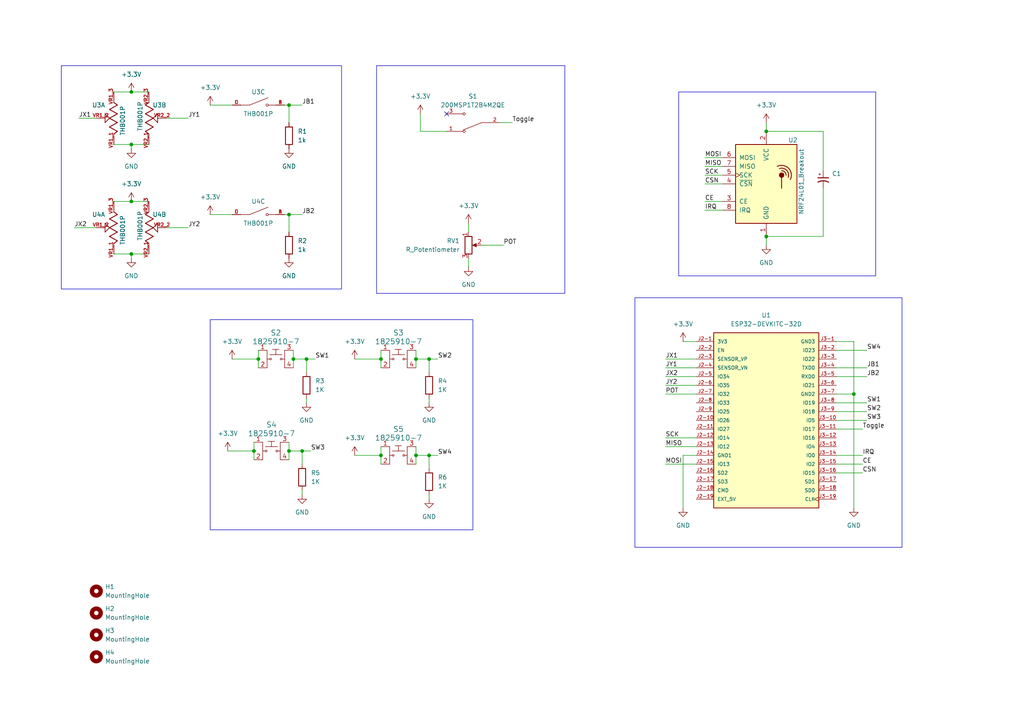
<source format=kicad_sch>
(kicad_sch (version 20230121) (generator eeschema)
  (paper "A4")
  (title_block (title "Controller") (date "2023-06-27") (rev "V-02") (company "Author: Aryan Bawankar"))
  (lib_symbols
    (symbol "Device:C_Polarized_Small_US" (pin_numbers hide) (pin_names (offset 0.254) hide)
      (property "Reference" "C" (at 0.254 1.778 0))
      (property "Value" "C_Polarized_Small_US" (at 0.254 -2.032 0))
      (symbol "C_Polarized_Small_US_0_1"
        (polyline (pts (xy -1.524 0.508) (xy 1.524 0.508)) (stroke (width 0.3048)))
        (polyline (pts (xy -1.27 1.524) (xy -0.762 1.524)))
        (polyline (pts (xy -1.016 1.27) (xy -1.016 1.778)))
        (arc (start 1.524 -0.762) (mid 0 -0.3734) (end -1.524 -0.762) (stroke (width 0.3048)))
      )
      (symbol "C_Polarized_Small_US_1_1"
        (pin passive line (at 0 2.54 270) (length 2.032) (name "~") (number "1"))
        (pin passive line (at 0 -2.54 90) (length 2.032) (name "~") (number "2"))
      )
    )
    (symbol "Device:R" (pin_numbers hide) (pin_names (offset 0))
      (property "Reference" "R" (at 2.032 0 90))
      (property "Value" "R" (at 0 0 90))
      (symbol "R_0_1"
        (rectangle (start -1.016 -2.54) (end 1.016 2.54) (stroke (width 0.254)))
      )
      (symbol "R_1_1"
        (pin passive line (at 0 3.81 270) (length 1.27) (name "~") (number "1"))
        (pin passive line (at 0 -3.81 90) (length 1.27) (name "~") (number "2"))
      )
    )
    (symbol "Device:R_Potentiometer" (pin_names (offset 1.016) hide)
      (property "Reference" "RV" (at -4.445 0 90))
      (property "Value" "R_Potentiometer" (at -2.54 0 90))
      (symbol "R_Potentiometer_0_1"
        (polyline (pts (xy 2.54 0) (xy 1.524 0)))
        (polyline (pts (xy 1.143 0) (xy 2.286 0.508) (xy 2.286 -0.508) (xy 1.143 0)) (fill (type outline)))
        (rectangle (start 1.016 2.54) (end -1.016 -2.54) (stroke (width 0.254)))
      )
      (symbol "R_Potentiometer_1_1"
        (pin passive line (at 0 3.81 270) (length 1.27) (name "1") (number "1"))
        (pin passive line (at 3.81 0 180) (length 1.27) (name "2") (number "2"))
        (pin passive line (at 0 -3.81 90) (length 1.27) (name "3") (number "3"))
      )
    )
    (symbol "ESP32-DEVKITC-32D:ESP32-DEVKITC-32D" (pin_names (offset 1.016))
      (property "Reference" "U" (at -15.2572 26.0643 0))
      (property "Value" "ESP32-DEVKITC-32D" (at -15.2563 -27.9698 0))
      (symbol "ESP32-DEVKITC-32D_0_0"
        (rectangle (start -15.24 25.4) (end 15.24 -25.4) (stroke (width 0.254)) (fill (type background)))
        (pin power_in line (at -20.32 22.86 0) (length 5.08) (name "3V3") (number "J2-1"))
        (pin bidirectional line (at -20.32 0 0) (length 5.08) (name "IO26") (number "J2-10"))
        (pin bidirectional line (at -20.32 -2.54 0) (length 5.08) (name "IO27") (number "J2-11"))
        (pin bidirectional line (at -20.32 -5.08 0) (length 5.08) (name "IO14") (number "J2-12"))
        (pin bidirectional line (at -20.32 -7.62 0) (length 5.08) (name "IO12") (number "J2-13"))
        (pin power_in line (at -20.32 -10.16 0) (length 5.08) (name "GND1") (number "J2-14"))
        (pin bidirectional line (at -20.32 -12.7 0) (length 5.08) (name "IO13") (number "J2-15"))
        (pin bidirectional line (at -20.32 -15.24 0) (length 5.08) (name "SD2") (number "J2-16"))
        (pin bidirectional line (at -20.32 -17.78 0) (length 5.08) (name "SD3") (number "J2-17"))
        (pin bidirectional line (at -20.32 -20.32 0) (length 5.08) (name "CMD") (number "J2-18"))
        (pin power_in line (at -20.32 -22.86 0) (length 5.08) (name "EXT_5V") (number "J2-19"))
        (pin input line (at -20.32 20.32 0) (length 5.08) (name "EN") (number "J2-2"))
        (pin input line (at -20.32 17.78 0) (length 5.08) (name "SENSOR_VP") (number "J2-3"))
        (pin input line (at -20.32 15.24 0) (length 5.08) (name "SENSOR_VN") (number "J2-4"))
        (pin bidirectional line (at -20.32 12.7 0) (length 5.08) (name "IO34") (number "J2-5"))
        (pin bidirectional line (at -20.32 10.16 0) (length 5.08) (name "IO35") (number "J2-6"))
        (pin bidirectional line (at -20.32 7.62 0) (length 5.08) (name "IO32") (number "J2-7"))
        (pin bidirectional line (at -20.32 5.08 0) (length 5.08) (name "IO33") (number "J2-8"))
        (pin bidirectional line (at -20.32 2.54 0) (length 5.08) (name "IO25") (number "J2-9"))
        (pin power_in line (at 20.32 22.86 180) (length 5.08) (name "GND3") (number "J3-1"))
        (pin bidirectional line (at 20.32 0 180) (length 5.08) (name "IO5") (number "J3-10"))
        (pin bidirectional line (at 20.32 -2.54 180) (length 5.08) (name "IO17") (number "J3-11"))
        (pin bidirectional line (at 20.32 -5.08 180) (length 5.08) (name "IO16") (number "J3-12"))
        (pin bidirectional line (at 20.32 -7.62 180) (length 5.08) (name "IO4") (number "J3-13"))
        (pin bidirectional line (at 20.32 -10.16 180) (length 5.08) (name "IO0") (number "J3-14"))
        (pin bidirectional line (at 20.32 -12.7 180) (length 5.08) (name "IO2") (number "J3-15"))
        (pin bidirectional line (at 20.32 -15.24 180) (length 5.08) (name "IO15") (number "J3-16"))
        (pin bidirectional line (at 20.32 -17.78 180) (length 5.08) (name "SD1") (number "J3-17"))
        (pin bidirectional line (at 20.32 -20.32 180) (length 5.08) (name "SD0") (number "J3-18"))
        (pin input clock (at 20.32 -22.86 180) (length 5.08) (name "CLK") (number "J3-19"))
        (pin bidirectional line (at 20.32 20.32 180) (length 5.08) (name "IO23") (number "J3-2"))
        (pin bidirectional line (at 20.32 17.78 180) (length 5.08) (name "IO22") (number "J3-3"))
        (pin output line (at 20.32 15.24 180) (length 5.08) (name "TXD0") (number "J3-4"))
        (pin input line (at 20.32 12.7 180) (length 5.08) (name "RXD0") (number "J3-5"))
        (pin bidirectional line (at 20.32 10.16 180) (length 5.08) (name "IO21") (number "J3-6"))
        (pin power_in line (at 20.32 7.62 180) (length 5.08) (name "GND2") (number "J3-7"))
        (pin bidirectional line (at 20.32 5.08 180) (length 5.08) (name "IO19") (number "J3-8"))
        (pin bidirectional line (at 20.32 2.54 180) (length 5.08) (name "IO18") (number "J3-9"))
      )
    )
    (symbol "Joystick:THB001P" (pin_names (offset 1.016))
      (property "Reference" "U" (at -7.62 2.54 0))
      (property "Value" "THB001P" (at -11.43 -3.81 0))
      (symbol "THB001P_1_0"
        (polyline (pts (xy -5.08 0) (xy -4.572 0)) (stroke (width 0.1524)))
        (polyline (pts (xy -4.572 0) (xy -3.81 1.016)) (stroke (width 0.254)))
        (polyline (pts (xy -3.81 1.016) (xy -2.54 -1.27)) (stroke (width 0.254)))
        (polyline (pts (xy -2.54 -1.27) (xy -1.27 1.016)) (stroke (width 0.254)))
        (polyline (pts (xy -1.27 -2.54) (xy 0 -1.27)) (stroke (width 0.2032)))
        (polyline (pts (xy -1.27 1.016) (xy 0 -1.27)) (stroke (width 0.254)))
        (polyline (pts (xy 0 -1.27) (xy 1.27 -2.54)) (stroke (width 0.2032)))
        (polyline (pts (xy 0 -1.27) (xy 1.27 1.016)) (stroke (width 0.254)))
        (polyline (pts (xy 1.27 -2.54) (xy -1.27 -2.54)) (stroke (width 0.2032)))
        (polyline (pts (xy 1.27 1.016) (xy 2.54 -1.27)) (stroke (width 0.254)))
        (polyline (pts (xy 2.54 -1.27) (xy 3.81 1.016)) (stroke (width 0.254)))
        (polyline (pts (xy 3.81 1.016) (xy 4.572 0)) (stroke (width 0.254)))
        (polyline (pts (xy 4.572 0) (xy 5.08 0)) (stroke (width 0.1524)))
        (pin passive line (at -7.62 0 0) (length 2.54) (name "~") (number "VR1_1"))
        (pin passive line (at 0 -5.08 90) (length 2.54) (name "~") (number "VR1_2"))
        (pin passive line (at 7.62 0 180) (length 2.54) (name "~") (number "VR1_3"))
      )
      (symbol "THB001P_2_0"
        (polyline (pts (xy -5.08 0) (xy -4.572 0)) (stroke (width 0.1524)))
        (polyline (pts (xy -4.572 0) (xy -3.81 1.016)) (stroke (width 0.254)))
        (polyline (pts (xy -3.81 1.016) (xy -2.54 -1.27)) (stroke (width 0.254)))
        (polyline (pts (xy -2.54 -1.27) (xy -1.27 1.016)) (stroke (width 0.254)))
        (polyline (pts (xy -1.27 -2.54) (xy 0 -1.27)) (stroke (width 0.2032)))
        (polyline (pts (xy -1.27 1.016) (xy 0 -1.27)) (stroke (width 0.254)))
        (polyline (pts (xy 0 -1.27) (xy 1.27 -2.54)) (stroke (width 0.2032)))
        (polyline (pts (xy 0 -1.27) (xy 1.27 1.016)) (stroke (width 0.254)))
        (polyline (pts (xy 1.27 -2.54) (xy -1.27 -2.54)) (stroke (width 0.2032)))
        (polyline (pts (xy 1.27 1.016) (xy 2.54 -1.27)) (stroke (width 0.254)))
        (polyline (pts (xy 2.54 -1.27) (xy 3.81 1.016)) (stroke (width 0.254)))
        (polyline (pts (xy 3.81 1.016) (xy 4.572 0)) (stroke (width 0.254)))
        (polyline (pts (xy 4.572 0) (xy 5.08 0)) (stroke (width 0.1524)))
        (pin passive line (at -7.62 0 0) (length 2.54) (name "~") (number "VR2_1"))
        (pin passive line (at 0 -5.08 90) (length 2.54) (name "~") (number "VR2_2"))
        (pin passive line (at 7.62 0 180) (length 2.54) (name "~") (number "VR2_3"))
      )
      (symbol "THB001P_3_0"
        (polyline (pts (xy -2.54 0) (xy -5.08 0)) (stroke (width 0.1524)))
        (polyline (pts (xy -2.54 0) (xy 2.794 2.1336)) (stroke (width 0.1524)))
        (polyline (pts (xy 5.08 0) (xy 2.921 0)) (stroke (width 0.1524)))
        (circle (center 2.54 0) (radius 0.3302) (stroke (width 0.1524)))
        (pin passive line (at 7.62 0 180) (length 2.54) (name "~") (number "A"))
        (pin passive line (at 7.62 0 180) (length 2.54) (name "~") (number "B"))
        (pin passive line (at -7.62 0 0) (length 2.54) (name "~") (number "C"))
        (pin passive line (at -7.62 0 0) (length 2.54) (name "~") (number "D"))
      )
    )
    (symbol "Mechanical:MountingHole" (pin_names (offset 1.016))
      (property "Reference" "H" (at 0 5.08 0))
      (property "Value" "MountingHole" (at 0 3.175 0))
      (symbol "MountingHole_0_1"
        (circle (center 0 0) (radius 1.27) (stroke (width 1.27)))
      )
    )
    (symbol "RF:NRF24L01_Breakout" (pin_names (offset 1.016))
      (property "Reference" "U" (at -8.89 12.7 0))
      (property "Value" "NRF24L01_Breakout" (at 3.81 12.7 0))
      (symbol "NRF24L01_Breakout_0_1"
        (rectangle (start -8.89 11.43) (end 8.89 -11.43) (stroke (width 0.254)) (fill (type background)))
        (polyline (pts (xy 4.445 1.905) (xy 4.445 -1.27)) (stroke (width 0.254)))
        (circle (center 4.445 2.54) (radius 0.635) (stroke (width 0.254)) (fill (type outline)))
        (arc (start 5.715 2.54) (mid 5.3521 3.4546) (end 4.445 3.81) (stroke (width 0.254)))
        (arc (start 6.35 1.905) (mid 5.8763 3.9854) (end 3.81 4.445) (stroke (width 0.254)))
        (arc (start 6.985 1.27) (mid 6.453 4.548) (end 3.175 5.08) (stroke (width 0.254)))
      )
      (symbol "NRF24L01_Breakout_1_1"
        (pin power_in line (at 0 -15.24 90) (length 3.81) (name "GND") (number "1"))
        (pin power_in line (at 0 15.24 270) (length 3.81) (name "VCC") (number "2"))
        (pin input line (at -12.7 -5.08 0) (length 3.81) (name "CE") (number "3"))
        (pin input line (at -12.7 0 0) (length 3.81) (name "~{CSN}") (number "4"))
        (pin input clock (at -12.7 2.54 0) (length 3.81) (name "SCK") (number "5"))
        (pin input line (at -12.7 7.62 0) (length 3.81) (name "MOSI") (number "6"))
        (pin output line (at -12.7 5.08 0) (length 3.81) (name "MISO") (number "7"))
        (pin output line (at -12.7 -7.62 0) (length 3.81) (name "IRQ") (number "8"))
      )
    )
    (symbol "Toggle Switch:200MSP1T2B4M2QE" (pin_names (offset 1.016))
      (property "Reference" "S" (at -6.35 2.54 0))
      (property "Value" "200MSP1T2B4M2QE" (at -8.89 -3.81 0))
      (symbol "200MSP1T2B4M2QE_0_0"
        (polyline (pts (xy -2.54 0) (xy -5.08 0)) (stroke (width 0.1524)))
        (polyline (pts (xy -2.54 0) (xy 2.794 2.1336)) (stroke (width 0.1524)))
        (polyline (pts (xy 5.08 -2.54) (xy 2.921 -2.54)) (stroke (width 0.1524)))
        (polyline (pts (xy 5.08 2.54) (xy 2.921 2.54)) (stroke (width 0.1524)))
        (circle (center 2.54 -2.54) (radius 0.3302) (stroke (width 0.1524)))
        (circle (center 2.54 2.54) (radius 0.3302) (stroke (width 0.1524)))
        (pin passive line (at 7.62 2.54 180) (length 2.54) (name "~") (number "1"))
        (pin passive line (at -7.62 0 0) (length 2.54) (name "~") (number "2"))
        (pin passive line (at 7.62 -2.54 180) (length 2.54) (name "~") (number "3"))
      )
    )
    (symbol "dk_Tactile-Switches:1825910-7" (pin_names (offset 1.016))
      (property "Reference" "S" (at 0 4.572 0))
      (property "Value" "1825910-7" (at 0 -5.715 0))
      (symbol "1825910-7_0_1"
        (circle (center -1.524 0) (radius 0.254))
        (polyline (pts (xy -2.54 2.54) (xy -2.54 -2.54)))
        (polyline (pts (xy -1.778 0) (xy -2.54 0)))
        (polyline (pts (xy -1.778 1.27) (xy 1.778 1.27)))
        (polyline (pts (xy 2.54 -2.54) (xy 2.54 2.54)))
        (polyline (pts (xy 2.54 0) (xy 1.778 0)))
        (circle (center 1.524 0) (radius 0.254))
      )
      (symbol "1825910-7_1_1"
        (polyline (pts (xy -1.016 2.794) (xy 0.889 2.794)))
        (polyline (pts (xy 0 2.794) (xy 0 1.27)))
        (pin passive line (at -5.08 2.54 0) (length 2.54) (name "~") (number "1"))
        (pin passive line (at -5.08 -2.54 0) (length 2.54) (name "~") (number "2"))
        (pin passive line (at 5.08 2.54 180) (length 2.54) (name "~") (number "3"))
        (pin passive line (at 5.08 -2.54 180) (length 2.54) (name "~") (number "4"))
      )
    )
    (symbol "power:+3.3V" (power) (pin_names (offset 0))
      (property "Value" "+3.3V" (at 0 3.556 0))
      (symbol "+3.3V_0_1"
        (polyline (pts (xy -0.762 1.27) (xy 0 2.54)))
        (polyline (pts (xy 0 0) (xy 0 2.54)))
        (polyline (pts (xy 0 2.54) (xy 0.762 1.27)))
      )
      (symbol "+3.3V_1_1"
        (pin power_in line (at 0 0 90) (length 0) hide (name "+3.3V") (number "1"))
      )
    )
    (symbol "power:GND" (power) (pin_names (offset 0))
      (property "Value" "GND" (at 0 -3.81 0))
      (symbol "GND_0_1"
        (polyline (pts (xy 0 0) (xy 0 -1.27) (xy 1.27 -1.27) (xy 0 -2.54) (xy -1.27 -1.27) (xy 0 -1.27)))
      )
      (symbol "GND_1_1"
        (pin power_in line (at 0 0 270) (length 0) hide (name "GND") (number "1"))
      )
    )
  )
  (junction (at 247.65 114.3))
  (junction (at 38.1 41.91))
  (junction (at 87.63 130.81))
  (junction (at 73.66 130.81))
  (junction (at 85.09 104.14))
  (junction (at 74.93 104.14))
  (junction (at 222.25 38.1))
  (junction (at 120.65 132.08))
  (junction (at 124.46 104.14))
  (junction (at 88.9 104.14))
  (junction (at 110.49 132.08))
  (junction (at 222.25 68.58))
  (junction (at 38.1 58.42))
  (junction (at 124.46 132.08))
  (junction (at 38.1 73.66))
  (junction (at 38.1 26.67))
  (junction (at 83.82 30.48))
  (junction (at 83.82 62.23))
  (junction (at 120.65 104.14))
  (junction (at 110.49 104.14))
  (junction (at 83.82 130.81))
  (no_connect (at 129.54 33.02))
  (wire (pts (xy 222.25 35.56) (xy 222.25 38.1)))
  (wire (pts (xy 198.12 132.08) (xy 201.93 132.08)))
  (wire (pts (xy 102.87 104.14) (xy 110.49 104.14)))
  (wire (pts (xy 82.55 62.23) (xy 83.82 62.23)))
  (wire (pts (xy 88.9 104.14) (xy 91.44 104.14)))
  (wire (pts (xy 120.65 132.08) (xy 124.46 132.08)))
  (wire (pts (xy 21.59 66.04) (xy 27.94 66.04)))
  (wire (pts (xy 124.46 132.08) (xy 127 132.08)))
  (wire (pts (xy 67.31 104.14) (xy 74.93 104.14)))
  (wire (pts (xy 193.04 134.62) (xy 201.93 134.62)))
  (wire (pts (xy 120.65 129.54) (xy 120.65 132.08)))
  (wire (pts (xy 144.78 35.56) (xy 148.59 35.56)))
  (wire (pts (xy 238.76 68.58) (xy 238.76 54.61)))
  (wire (pts (xy 242.57 114.3) (xy 247.65 114.3)))
  (wire (pts (xy 60.96 30.48) (xy 67.31 30.48)))
  (wire (pts (xy 110.49 104.14) (xy 110.49 106.68)))
  (wire (pts (xy 74.93 104.14) (xy 74.93 106.68)))
  (wire (pts (xy 87.63 142.24) (xy 87.63 143.51)))
  (wire (pts (xy 102.87 132.08) (xy 110.49 132.08)))
  (wire (pts (xy 193.04 127) (xy 201.93 127)))
  (wire (pts (xy 83.82 62.23) (xy 87.63 62.23)))
  (wire (pts (xy 135.89 74.93) (xy 135.89 77.47)))
  (wire (pts (xy 33.02 73.66) (xy 38.1 73.66)))
  (wire (pts (xy 33.02 58.42) (xy 38.1 58.42)))
  (wire (pts (xy 242.57 137.16) (xy 250.19 137.16)))
  (wire (pts (xy 193.04 129.54) (xy 201.93 129.54)))
  (wire (pts (xy 238.76 49.53) (xy 238.76 38.1)))
  (wire (pts (xy 124.46 104.14) (xy 124.46 107.95)))
  (wire (pts (xy 83.82 30.48) (xy 83.82 35.56)))
  (wire (pts (xy 87.63 130.81) (xy 87.63 134.62)))
  (wire (pts (xy 120.65 104.14) (xy 120.65 106.68)))
  (wire (pts (xy 222.25 68.58) (xy 222.25 71.12)))
  (wire (pts (xy 135.89 64.77) (xy 135.89 67.31)))
  (wire (pts (xy 82.55 30.48) (xy 83.82 30.48)))
  (wire (pts (xy 204.47 48.26) (xy 209.55 48.26)))
  (wire (pts (xy 83.82 130.81) (xy 83.82 133.35)))
  (wire (pts (xy 120.65 101.6) (xy 120.65 104.14)))
  (wire (pts (xy 193.04 106.68) (xy 201.93 106.68)))
  (wire (pts (xy 83.82 62.23) (xy 83.82 67.31)))
  (wire (pts (xy 193.04 114.3) (xy 201.93 114.3)))
  (wire (pts (xy 204.47 58.42) (xy 209.55 58.42)))
  (wire (pts (xy 33.02 26.67) (xy 38.1 26.67)))
  (wire (pts (xy 242.57 134.62) (xy 250.19 134.62)))
  (wire (pts (xy 198.12 147.32) (xy 198.12 132.08)))
  (wire (pts (xy 242.57 116.84) (xy 251.46 116.84)))
  (wire (pts (xy 120.65 132.08) (xy 120.65 134.62)))
  (wire (pts (xy 193.04 104.14) (xy 201.93 104.14)))
  (wire (pts (xy 110.49 129.54) (xy 110.49 132.08)))
  (wire (pts (xy 124.46 132.08) (xy 124.46 135.89)))
  (wire (pts (xy 124.46 143.51) (xy 124.46 144.78)))
  (wire (pts (xy 88.9 104.14) (xy 88.9 107.95)))
  (wire (pts (xy 242.57 119.38) (xy 251.46 119.38)))
  (wire (pts (xy 74.93 101.6) (xy 74.93 104.14)))
  (wire (pts (xy 242.57 99.06) (xy 247.65 99.06)))
  (wire (pts (xy 198.12 99.06) (xy 201.93 99.06)))
  (wire (pts (xy 110.49 132.08) (xy 110.49 134.62)))
  (wire (pts (xy 204.47 45.72) (xy 209.55 45.72)))
  (wire (pts (xy 33.02 41.91) (xy 38.1 41.91)))
  (wire (pts (xy 204.47 50.8) (xy 209.55 50.8)))
  (wire (pts (xy 242.57 124.46) (xy 250.19 124.46)))
  (wire (pts (xy 73.66 130.81) (xy 73.66 133.35)))
  (wire (pts (xy 121.92 38.1) (xy 129.54 38.1)))
  (wire (pts (xy 22.86 34.29) (xy 27.94 34.29)))
  (wire (pts (xy 73.66 128.27) (xy 73.66 130.81)))
  (wire (pts (xy 38.1 58.42) (xy 43.18 58.42)))
  (wire (pts (xy 87.63 130.81) (xy 90.17 130.81)))
  (wire (pts (xy 38.1 26.67) (xy 43.18 26.67)))
  (wire (pts (xy 193.04 111.76) (xy 201.93 111.76)))
  (wire (pts (xy 85.09 104.14) (xy 88.9 104.14)))
  (wire (pts (xy 242.57 109.22) (xy 251.46 109.22)))
  (wire (pts (xy 238.76 38.1) (xy 222.25 38.1)))
  (wire (pts (xy 83.82 128.27) (xy 83.82 130.81)))
  (wire (pts (xy 88.9 115.57) (xy 88.9 116.84)))
  (wire (pts (xy 121.92 33.02) (xy 121.92 38.1)))
  (wire (pts (xy 38.1 73.66) (xy 43.18 73.66)))
  (wire (pts (xy 193.04 109.22) (xy 201.93 109.22)))
  (wire (pts (xy 124.46 115.57) (xy 124.46 116.84)))
  (wire (pts (xy 247.65 99.06) (xy 247.65 114.3)))
  (wire (pts (xy 83.82 130.81) (xy 87.63 130.81)))
  (wire (pts (xy 247.65 114.3) (xy 247.65 147.32)))
  (wire (pts (xy 204.47 60.96) (xy 209.55 60.96)))
  (wire (pts (xy 85.09 101.6) (xy 85.09 104.14)))
  (wire (pts (xy 204.47 53.34) (xy 209.55 53.34)))
  (wire (pts (xy 124.46 104.14) (xy 127 104.14)))
  (wire (pts (xy 85.09 104.14) (xy 85.09 106.68)))
  (wire (pts (xy 139.7 71.12) (xy 146.05 71.12)))
  (wire (pts (xy 242.57 121.92) (xy 251.46 121.92)))
  (wire (pts (xy 242.57 101.6) (xy 251.46 101.6)))
  (wire (pts (xy 66.04 130.81) (xy 73.66 130.81)))
  (wire (pts (xy 83.82 30.48) (xy 87.63 30.48)))
  (wire (pts (xy 60.96 62.23) (xy 67.31 62.23)))
  (wire (pts (xy 110.49 101.6) (xy 110.49 104.14)))
  (wire (pts (xy 38.1 41.91) (xy 38.1 43.18)))
  (wire (pts (xy 48.26 66.04) (xy 54.61 66.04)))
  (wire (pts (xy 48.26 34.29) (xy 54.61 34.29)))
  (wire (pts (xy 120.65 104.14) (xy 124.46 104.14)))
  (wire (pts (xy 222.25 68.58) (xy 238.76 68.58)))
  (wire (pts (xy 242.57 132.08) (xy 250.19 132.08)))
  (wire (pts (xy 38.1 73.66) (xy 38.1 74.93)))
  (wire (pts (xy 242.57 106.68) (xy 251.46 106.68)))
  (wire (pts (xy 38.1 41.91) (xy 43.18 41.91)))
  (rectangle (start 17.78 19.05) (end 99.06 83.82))
  (rectangle (start 196.85 26.67) (end 254 80.01))
  (rectangle (start 60.96 92.71) (end 137.16 153.67))
  (rectangle (start 109.22 19.05) (end 163.83 85.09))
  (rectangle (start 184.15 86.36) (end 261.62 158.75))
  (label "SW3" (at 251.46 121.92 0))
  (label "JB1" (at 87.63 30.48 0))
  (label "JY2" (at 54.61 66.04 0))
  (label "MISO" (at 204.47 48.26 0))
  (label "IRQ" (at 204.47 60.96 0))
  (label "SW4" (at 127 132.08 0))
  (label "POT" (at 193.04 114.3 0))
  (label "CSN" (at 204.47 53.34 0))
  (label "CSN" (at 250.19 137.16 0))
  (label "SW2" (at 127 104.14 0))
  (label "CE" (at 204.47 58.42 0))
  (label "JX2" (at 21.59 66.04 0))
  (label "JX1" (at 22.86 34.29 0))
  (label "CE" (at 250.19 134.62 0))
  (label "MOSI" (at 204.47 45.72 0))
  (label "JX2" (at 193.04 109.22 0))
  (label "SCK" (at 193.04 127 0))
  (label "Toggle" (at 148.59 35.56 0))
  (label "SW3" (at 90.17 130.81 0))
  (label "JB1" (at 251.46 106.68 0))
  (label "MOSI" (at 193.04 134.62 0))
  (label "SW1" (at 91.44 104.14 0))
  (label "SW1" (at 251.46 116.84 0))
  (label "POT" (at 146.05 71.12 0))
  (label "JY1" (at 54.61 34.29 0))
  (label "SCK" (at 204.47 50.8 0))
  (label "JB2" (at 251.46 109.22 0))
  (label "SW4" (at 251.46 101.6 0))
  (label "JB2" (at 87.63 62.23 0))
  (label "JX1" (at 193.04 104.14 0))
  (label "JY1" (at 193.04 106.68 0))
  (label "IRQ" (at 250.19 132.08 0))
  (label "Toggle" (at 250.19 124.46 0))
  (label "SW2" (at 251.46 119.38 0))
  (label "MISO" (at 193.04 129.54 0))
  (label "JY2" (at 193.04 111.76 0))
  (symbol (lib_id "RF:NRF24L01_Breakout") (at 222.25 53.34 0) (unit 1)
    (property "Reference" "U2" (at 228.6 40.64 0) (effects (justify left)))
    (property "Value" "NRF24L01_Breakout" (at 232.41 62.23 90) (effects (justify left)))
    (property "Footprint" "RF_Module:nRF24L01_Breakout" (effects hide))
    (property "Datasheet" "http://www.nordicsemi.com/eng/content/download/2730/34105/file/nRF24L01_Product_Specification_v2_0.pdf" (effects hide))
  )
  (symbol (lib_id "Joystick:THB001P") (at 74.93 30.48 0) (unit 3)
    (property "Reference" "U3" (at 74.93 26.67 0))
    (property "Value" "THB001P" (at 74.93 33.02 0))
    (property "Footprint" "Joystick:CNK_THB001P" (effects hide))
    (property "MAXIMUM_PACKAGE_HEIGHT" "19.85mm" (effects hide))
  )
  (symbol (lib_id "power:GND") (at 124.46 116.84 0) (unit 1)
    (property "Reference" "#PWR014" (effects hide))
    (property "Value" "GND" (at 124.46 121.92 0))
  )
  (symbol (lib_id "Joystick:THB001P") (at 43.18 34.29 90) (unit 2)
    (property "Reference" "U3" (at 48.26 30.48 90) (effects (justify left)))
    (property "Value" "THB001P" (at 40.64 38.1 0) (effects (justify left)))
    (property "Footprint" "Joystick:CNK_THB001P" (effects hide))
    (property "MAXIMUM_PACKAGE_HEIGHT" "19.85mm" (effects hide))
  )
  (symbol (lib_id "Device:R") (at 124.46 111.76 0) (unit 1)
    (property "Reference" "R4" (at 127 110.49 0) (effects (justify left)))
    (property "Value" "1K" (at 127 113.03 0) (effects (justify left)))
    (property "Footprint" "Resistor_THT:R_Axial_DIN0204_L3.6mm_D1.6mm_P5.08mm_Horizontal" (effects hide))
  )
  (symbol (lib_id "power:GND") (at 88.9 116.84 0) (unit 1)
    (property "Reference" "#PWR022" (effects hide))
    (property "Value" "GND" (at 88.9 121.92 0))
  )
  (symbol (lib_id "power:GND") (at 135.89 77.47 0) (unit 1)
    (property "Reference" "#PWR019" (effects hide))
    (property "Value" "GND" (at 135.89 82.55 0))
  )
  (symbol (lib_id "Joystick:THB001P") (at 43.18 66.04 90) (unit 2)
    (property "Reference" "U4" (at 48.26 62.23 90) (effects (justify left)))
    (property "Value" "THB001P" (at 40.64 69.85 0) (effects (justify left)))
    (property "Footprint" "Joystick:CNK_THB001P" (effects hide))
    (property "MAXIMUM_PACKAGE_HEIGHT" "19.85mm" (effects hide))
  )
  (symbol (lib_id "dk_Tactile-Switches:1825910-7") (at 115.57 132.08 0) (unit 1)
    (property "Reference" "S5" (at 115.57 124.46 0) (effects (font (size 1.524 1.524))))
    (property "Value" "1825910-7" (at 115.57 127 0) (effects (font (size 1.524 1.524))))
    (property "Footprint" "digikey-footprints:Switch_Tactile_THT_6x6mm" (effects hide))
    (property "Datasheet" "https://www.te.com/commerce/DocumentDelivery/DDEController?Action=srchrtrv&DocNm=1825910&DocType=Customer+Drawing&DocLang=English" (effects hide))
    (property "Digi-Key_PN" "450-1804-ND" (effects hide))
    (property "MPN" "1825910-7" (effects hide))
    (property "Category" "Switches" (effects hide))
    (property "Family" "Tactile Switches" (effects hide))
    (property "DK_Datasheet_Link" "https://www.te.com/commerce/DocumentDelivery/DDEController?Action=srchrtrv&DocNm=1825910&DocType=Customer+Drawing&DocLang=English" (effects hide))
    (property "DK_Detail_Page" "/product-detail/en/te-connectivity-alcoswitch-switches/1825910-7/450-1804-ND/1731414" (effects hide))
    (property "Description" "SWITCH TACTILE SPST-NO 0.05A 24V" (effects hide))
    (property "Manufacturer" "TE Connectivity ALCOSWITCH Switches" (effects hide))
    (property "Status" "Active" (effects hide))
  )
  (symbol (lib_id "power:GND") (at 83.82 74.93 0) (unit 1)
    (property "Reference" "#PWR012" (effects hide))
    (property "Value" "GND" (at 83.82 80.01 0))
  )
  (symbol (lib_id "Mechanical:MountingHole") (at 27.94 177.8 0) (unit 1)
    (property "Reference" "H2" (at 30.48 176.53 0) (effects (justify left)))
    (property "Value" "MountingHole" (at 30.48 179.07 0) (effects (justify left)))
    (property "Footprint" "MountingHole:MountingHole_2.1mm" (effects hide))
  )
  (symbol (lib_id "power:+3.3V") (at 38.1 26.67 0) (unit 1)
    (property "Reference" "#PWR06" (effects hide))
    (property "Value" "+3.3V" (at 38.1 21.59 0))
  )
  (symbol (lib_id "Toggle Switch:200MSP1T2B4M2QE") (at 137.16 35.56 180) (unit 1)
    (property "Reference" "S1" (at 137.16 27.94 0))
    (property "Value" "200MSP1T2B4M2QE" (at 137.16 30.48 0))
    (property "Footprint" "Toggle Switch:SW_200MSP1T2B4M2QE" (effects hide))
    (property "PARTREV" "A" (effects hide))
  )
  (symbol (lib_id "Joystick:THB001P") (at 33.02 66.04 270) (mirror x) (unit 1)
    (property "Reference" "U4" (at 26.67 62.23 90) (effects (justify left)))
    (property "Value" "THB001P" (at 35.56 71.12 0) (effects (justify left)))
    (property "Footprint" "Joystick:CNK_THB001P" (effects hide))
    (property "MAXIMUM_PACKAGE_HEIGHT" "19.85mm" (effects hide))
  )
  (symbol (lib_id "power:GND") (at 198.12 147.32 0) (unit 1)
    (property "Reference" "#PWR02" (effects hide))
    (property "Value" "GND" (at 198.12 152.4 0))
  )
  (symbol (lib_id "power:GND") (at 83.82 43.18 0) (unit 1)
    (property "Reference" "#PWR016" (effects hide))
    (property "Value" "GND" (at 83.82 48.26 0))
  )
  (symbol (lib_id "Mechanical:MountingHole") (at 27.94 190.5 0) (unit 1)
    (property "Reference" "H4" (at 30.48 189.23 0) (effects (justify left)))
    (property "Value" "MountingHole" (at 30.48 191.77 0) (effects (justify left)))
    (property "Footprint" "MountingHole:MountingHole_2.1mm" (effects hide))
  )
  (symbol (lib_id "power:GND") (at 247.65 147.32 0) (unit 1)
    (property "Reference" "#PWR03" (effects hide))
    (property "Value" "GND" (at 247.65 152.4 0))
  )
  (symbol (lib_id "Device:R") (at 88.9 111.76 0) (unit 1)
    (property "Reference" "R3" (at 91.44 110.49 0) (effects (justify left)))
    (property "Value" "1K" (at 91.44 113.03 0) (effects (justify left)))
    (property "Footprint" "Resistor_THT:R_Axial_DIN0204_L3.6mm_D1.6mm_P5.08mm_Horizontal" (effects hide))
  )
  (symbol (lib_id "Mechanical:MountingHole") (at 27.94 171.45 0) (unit 1)
    (property "Reference" "H1" (at 30.48 170.18 0) (effects (justify left)))
    (property "Value" "MountingHole" (at 30.48 172.72 0) (effects (justify left)))
    (property "Footprint" "MountingHole:MountingHole_2.1mm" (effects hide))
  )
  (symbol (lib_id "power:+3.3V") (at 102.87 132.08 0) (unit 1)
    (property "Reference" "#PWR023" (effects hide))
    (property "Value" "+3.3V" (at 102.87 127 0))
  )
  (symbol (lib_id "power:+3.3V") (at 66.04 130.81 0) (unit 1)
    (property "Reference" "#PWR015" (effects hide))
    (property "Value" "+3.3V" (at 66.04 125.73 0))
  )
  (symbol (lib_id "power:GND") (at 222.25 71.12 0) (unit 1)
    (property "Reference" "#PWR05" (effects hide))
    (property "Value" "GND" (at 222.25 76.2 0))
  )
  (symbol (lib_id "Device:R") (at 83.82 71.12 0) (unit 1)
    (property "Reference" "R2" (at 86.36 69.85 0) (effects (justify left)))
    (property "Value" "1k" (at 86.36 72.39 0) (effects (justify left)))
    (property "Footprint" "Resistor_THT:R_Axial_DIN0204_L3.6mm_D1.6mm_P5.08mm_Horizontal" (effects hide))
  )
  (symbol (lib_id "power:+3.3V") (at 38.1 58.42 0) (unit 1)
    (property "Reference" "#PWR09" (effects hide))
    (property "Value" "+3.3V" (at 38.1 53.34 0))
  )
  (symbol (lib_id "power:GND") (at 38.1 74.93 0) (unit 1)
    (property "Reference" "#PWR010" (effects hide))
    (property "Value" "GND" (at 38.1 80.01 0))
  )
  (symbol (lib_id "power:+3.3V") (at 102.87 104.14 0) (unit 1)
    (property "Reference" "#PWR013" (effects hide))
    (property "Value" "+3.3V" (at 102.87 99.06 0))
  )
  (symbol (lib_id "Joystick:THB001P") (at 74.93 62.23 0) (unit 3)
    (property "Reference" "U4" (at 74.93 58.42 0))
    (property "Value" "THB001P" (at 74.93 64.77 0))
    (property "Footprint" "Joystick:CNK_THB001P" (effects hide))
    (property "MAXIMUM_PACKAGE_HEIGHT" "19.85mm" (effects hide))
  )
  (symbol (lib_id "power:+3.3V") (at 60.96 30.48 0) (unit 1)
    (property "Reference" "#PWR08" (effects hide))
    (property "Value" "+3.3V" (at 60.96 25.4 0))
  )
  (symbol (lib_id "Device:R") (at 83.82 39.37 0) (unit 1)
    (property "Reference" "R1" (at 86.36 38.1 0) (effects (justify left)))
    (property "Value" "1k" (at 86.36 40.64 0) (effects (justify left)))
    (property "Footprint" "Resistor_THT:R_Axial_DIN0204_L3.6mm_D1.6mm_P5.08mm_Horizontal" (effects hide))
  )
  (symbol (lib_id "power:GND") (at 87.63 143.51 0) (unit 1)
    (property "Reference" "#PWR017" (effects hide))
    (property "Value" "GND" (at 87.63 148.59 0))
  )
  (symbol (lib_id "power:+3.3V") (at 121.92 33.02 0) (unit 1)
    (property "Reference" "#PWR020" (effects hide))
    (property "Value" "+3.3V" (at 121.92 27.94 0))
  )
  (symbol (lib_id "Device:R") (at 87.63 138.43 0) (unit 1)
    (property "Reference" "R5" (at 90.17 137.16 0) (effects (justify left)))
    (property "Value" "1K" (at 90.17 139.7 0) (effects (justify left)))
    (property "Footprint" "Resistor_THT:R_Axial_DIN0204_L3.6mm_D1.6mm_P5.08mm_Horizontal" (effects hide))
  )
  (symbol (lib_id "Device:R_Potentiometer") (at 135.89 71.12 0) (unit 1)
    (property "Reference" "RV1" (at 133.35 69.85 0) (effects (justify right)))
    (property "Value" "R_Potentiometer" (at 133.35 72.39 0) (effects (justify right)))
    (property "Footprint" "Potentiometer_THT:Potentiometer_Alps_RK09K_Single_Vertical" (effects hide))
  )
  (symbol (lib_id "dk_Tactile-Switches:1825910-7") (at 115.57 104.14 0) (unit 1)
    (property "Reference" "S3" (at 115.57 96.52 0) (effects (font (size 1.524 1.524))))
    (property "Value" "1825910-7" (at 115.57 99.06 0) (effects (font (size 1.524 1.524))))
    (property "Footprint" "digikey-footprints:Switch_Tactile_THT_6x6mm" (effects hide))
    (property "Datasheet" "https://www.te.com/commerce/DocumentDelivery/DDEController?Action=srchrtrv&DocNm=1825910&DocType=Customer+Drawing&DocLang=English" (effects hide))
    (property "Digi-Key_PN" "450-1804-ND" (effects hide))
    (property "MPN" "1825910-7" (effects hide))
    (property "Category" "Switches" (effects hide))
    (property "Family" "Tactile Switches" (effects hide))
    (property "DK_Datasheet_Link" "https://www.te.com/commerce/DocumentDelivery/DDEController?Action=srchrtrv&DocNm=1825910&DocType=Customer+Drawing&DocLang=English" (effects hide))
    (property "DK_Detail_Page" "/product-detail/en/te-connectivity-alcoswitch-switches/1825910-7/450-1804-ND/1731414" (effects hide))
    (property "Description" "SWITCH TACTILE SPST-NO 0.05A 24V" (effects hide))
    (property "Manufacturer" "TE Connectivity ALCOSWITCH Switches" (effects hide))
    (property "Status" "Active" (effects hide))
  )
  (symbol (lib_id "power:+3.3V") (at 135.89 64.77 0) (unit 1)
    (property "Reference" "#PWR018" (effects hide))
    (property "Value" "+3.3V" (at 135.89 59.69 0))
  )
  (symbol (lib_id "power:+3.3V") (at 198.12 99.06 0) (unit 1)
    (property "Reference" "#PWR01" (effects hide))
    (property "Value" "+3.3V" (at 198.12 93.98 0))
  )
  (symbol (lib_id "Joystick:THB001P") (at 33.02 34.29 270) (mirror x) (unit 1)
    (property "Reference" "U3" (at 26.67 30.48 90) (effects (justify left)))
    (property "Value" "THB001P" (at 35.56 39.37 0) (effects (justify left)))
    (property "Footprint" "Joystick:CNK_THB001P" (effects hide))
    (property "MAXIMUM_PACKAGE_HEIGHT" "19.85mm" (effects hide))
  )
  (symbol (lib_id "Device:R") (at 124.46 139.7 0) (unit 1)
    (property "Reference" "R6" (at 127 138.43 0) (effects (justify left)))
    (property "Value" "1K" (at 127 140.97 0) (effects (justify left)))
    (property "Footprint" "Resistor_THT:R_Axial_DIN0204_L3.6mm_D1.6mm_P5.08mm_Horizontal" (effects hide))
  )
  (symbol (lib_id "Device:C_Polarized_Small_US") (at 238.76 52.07 0) (unit 1)
    (property "Reference" "C1" (at 241.3 50.3682 0) (effects (justify left)))
    (property "Value" "C_Polarized_Small_US" (effects hide))
    (property "Footprint" "Capacitor_THT:CP_Radial_D5.0mm_P2.50mm" (effects hide))
  )
  (symbol (lib_id "power:GND") (at 124.46 144.78 0) (unit 1)
    (property "Reference" "#PWR024" (effects hide))
    (property "Value" "GND" (at 124.46 149.86 0))
  )
  (symbol (lib_id "dk_Tactile-Switches:1825910-7") (at 78.74 130.81 0) (unit 1)
    (property "Reference" "S4" (at 78.74 123.19 0) (effects (font (size 1.524 1.524))))
    (property "Value" "1825910-7" (at 78.74 125.73 0) (effects (font (size 1.524 1.524))))
    (property "Footprint" "digikey-footprints:Switch_Tactile_THT_6x6mm" (effects hide))
    (property "Datasheet" "https://www.te.com/commerce/DocumentDelivery/DDEController?Action=srchrtrv&DocNm=1825910&DocType=Customer+Drawing&DocLang=English" (effects hide))
    (property "Digi-Key_PN" "450-1804-ND" (effects hide))
    (property "MPN" "1825910-7" (effects hide))
    (property "Category" "Switches" (effects hide))
    (property "Family" "Tactile Switches" (effects hide))
    (property "DK_Datasheet_Link" "https://www.te.com/commerce/DocumentDelivery/DDEController?Action=srchrtrv&DocNm=1825910&DocType=Customer+Drawing&DocLang=English" (effects hide))
    (property "DK_Detail_Page" "/product-detail/en/te-connectivity-alcoswitch-switches/1825910-7/450-1804-ND/1731414" (effects hide))
    (property "Description" "SWITCH TACTILE SPST-NO 0.05A 24V" (effects hide))
    (property "Manufacturer" "TE Connectivity ALCOSWITCH Switches" (effects hide))
    (property "Status" "Active" (effects hide))
  )
  (symbol (lib_id "ESP32-DEVKITC-32D:ESP32-DEVKITC-32D") (at 222.25 121.92 0) (unit 1)
    (property "Reference" "U1" (at 222.25 91.44 0))
    (property "Value" "ESP32-DEVKITC-32D" (at 222.25 93.98 0))
    (property "Footprint" "ESP32 DEVKITC 32D:MODULE_ESP32-DEVKITC-32D" (effects hide))
    (property "SNAPEDA_PN" "ESP32-DEVKITC-32D" (effects hide))
  )
  (symbol (lib_id "power:GND") (at 38.1 43.18 0) (unit 1)
    (property "Reference" "#PWR07" (effects hide))
    (property "Value" "GND" (at 38.1 48.26 0))
  )
  (symbol (lib_id "power:+3.3V") (at 67.31 104.14 0) (unit 1)
    (property "Reference" "#PWR021" (effects hide))
    (property "Value" "+3.3V" (at 67.31 99.06 0))
  )
  (symbol (lib_id "power:+3.3V") (at 222.25 35.56 0) (unit 1)
    (property "Reference" "#PWR04" (effects hide))
    (property "Value" "+3.3V" (at 222.25 30.48 0))
  )
  (symbol (lib_id "Mechanical:MountingHole") (at 27.94 184.15 0) (unit 1)
    (property "Reference" "H3" (at 30.48 182.88 0) (effects (justify left)))
    (property "Value" "MountingHole" (at 30.48 185.42 0) (effects (justify left)))
    (property "Footprint" "MountingHole:MountingHole_2.1mm" (effects hide))
  )
  (symbol (lib_id "power:+3.3V") (at 60.96 62.23 0) (unit 1)
    (property "Reference" "#PWR011" (effects hide))
    (property "Value" "+3.3V" (at 60.96 57.15 0))
  )
  (symbol (lib_id "dk_Tactile-Switches:1825910-7") (at 80.01 104.14 0) (unit 1)
    (property "Reference" "S2" (at 80.01 96.52 0) (effects (font (size 1.524 1.524))))
    (property "Value" "1825910-7" (at 80.01 99.06 0) (effects (font (size 1.524 1.524))))
    (property "Footprint" "digikey-footprints:Switch_Tactile_THT_6x6mm" (effects hide))
    (property "Datasheet" "https://www.te.com/commerce/DocumentDelivery/DDEController?Action=srchrtrv&DocNm=1825910&DocType=Customer+Drawing&DocLang=English" (effects hide))
    (property "Digi-Key_PN" "450-1804-ND" (effects hide))
    (property "MPN" "1825910-7" (effects hide))
    (property "Category" "Switches" (effects hide))
    (property "Family" "Tactile Switches" (effects hide))
    (property "DK_Datasheet_Link" "https://www.te.com/commerce/DocumentDelivery/DDEController?Action=srchrtrv&DocNm=1825910&DocType=Customer+Drawing&DocLang=English" (effects hide))
    (property "DK_Detail_Page" "/product-detail/en/te-connectivity-alcoswitch-switches/1825910-7/450-1804-ND/1731414" (effects hide))
    (property "Description" "SWITCH TACTILE SPST-NO 0.05A 24V" (effects hide))
    (property "Manufacturer" "TE Connectivity ALCOSWITCH Switches" (effects hide))
    (property "Status" "Active" (effects hide))
  )
)
</source>
